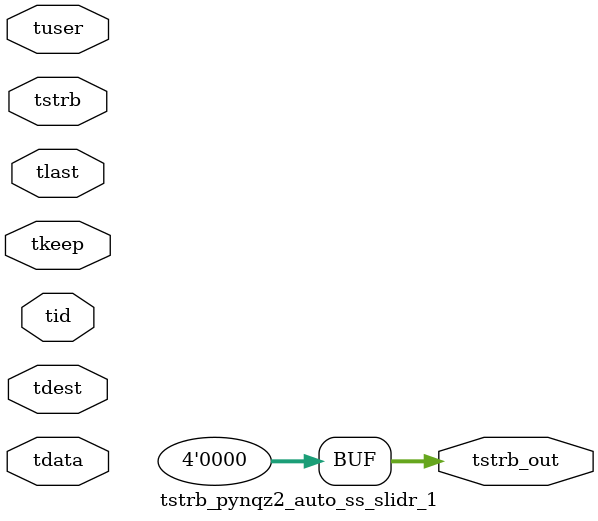
<source format=v>


`timescale 1ps/1ps

module tstrb_pynqz2_auto_ss_slidr_1 #
(
parameter C_S_AXIS_TDATA_WIDTH = 32,
parameter C_S_AXIS_TUSER_WIDTH = 0,
parameter C_S_AXIS_TID_WIDTH   = 0,
parameter C_S_AXIS_TDEST_WIDTH = 0,
parameter C_M_AXIS_TDATA_WIDTH = 32
)
(
input  [(C_S_AXIS_TDATA_WIDTH == 0 ? 1 : C_S_AXIS_TDATA_WIDTH)-1:0     ] tdata,
input  [(C_S_AXIS_TUSER_WIDTH == 0 ? 1 : C_S_AXIS_TUSER_WIDTH)-1:0     ] tuser,
input  [(C_S_AXIS_TID_WIDTH   == 0 ? 1 : C_S_AXIS_TID_WIDTH)-1:0       ] tid,
input  [(C_S_AXIS_TDEST_WIDTH == 0 ? 1 : C_S_AXIS_TDEST_WIDTH)-1:0     ] tdest,
input  [(C_S_AXIS_TDATA_WIDTH/8)-1:0 ] tkeep,
input  [(C_S_AXIS_TDATA_WIDTH/8)-1:0 ] tstrb,
input                                                                    tlast,
output [(C_M_AXIS_TDATA_WIDTH/8)-1:0 ] tstrb_out
);

assign tstrb_out = {1'b0};

endmodule


</source>
